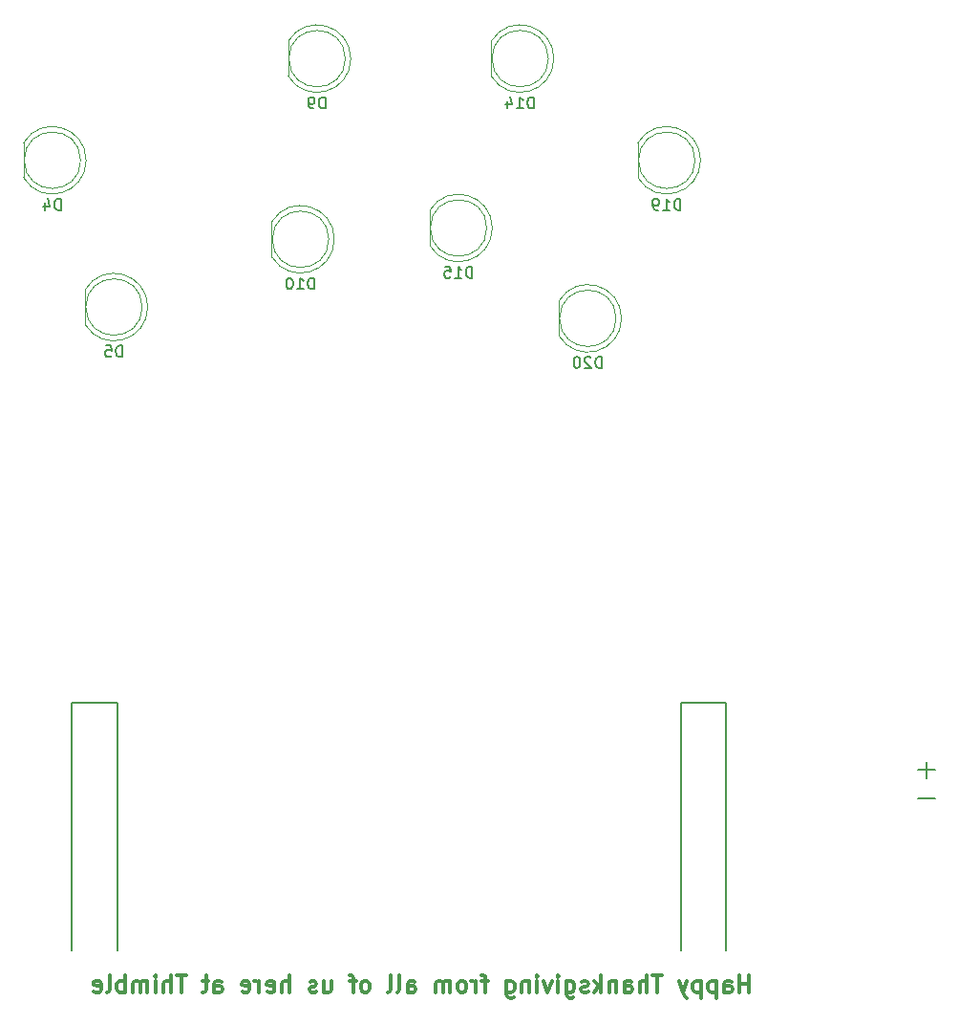
<source format=gbr>
G04 #@! TF.FileFunction,Legend,Bot*
%FSLAX46Y46*%
G04 Gerber Fmt 4.6, Leading zero omitted, Abs format (unit mm)*
G04 Created by KiCad (PCBNEW 4.0.6) date 11/09/17 18:44:30*
%MOMM*%
%LPD*%
G01*
G04 APERTURE LIST*
%ADD10C,0.100000*%
%ADD11C,0.200000*%
%ADD12C,0.300000*%
%ADD13C,0.120000*%
%ADD14C,0.150000*%
G04 APERTURE END LIST*
D10*
D11*
X191000000Y-131500000D02*
X192500000Y-131500000D01*
X191750000Y-128250000D02*
X191750000Y-129750000D01*
X191000000Y-129000000D02*
X192500000Y-129000000D01*
D12*
X176035714Y-148678571D02*
X176035714Y-147178571D01*
X176035714Y-147892857D02*
X175178571Y-147892857D01*
X175178571Y-148678571D02*
X175178571Y-147178571D01*
X173821428Y-148678571D02*
X173821428Y-147892857D01*
X173892857Y-147750000D01*
X174035714Y-147678571D01*
X174321428Y-147678571D01*
X174464285Y-147750000D01*
X173821428Y-148607143D02*
X173964285Y-148678571D01*
X174321428Y-148678571D01*
X174464285Y-148607143D01*
X174535714Y-148464286D01*
X174535714Y-148321429D01*
X174464285Y-148178571D01*
X174321428Y-148107143D01*
X173964285Y-148107143D01*
X173821428Y-148035714D01*
X173107142Y-147678571D02*
X173107142Y-149178571D01*
X173107142Y-147750000D02*
X172964285Y-147678571D01*
X172678571Y-147678571D01*
X172535714Y-147750000D01*
X172464285Y-147821429D01*
X172392856Y-147964286D01*
X172392856Y-148392857D01*
X172464285Y-148535714D01*
X172535714Y-148607143D01*
X172678571Y-148678571D01*
X172964285Y-148678571D01*
X173107142Y-148607143D01*
X171749999Y-147678571D02*
X171749999Y-149178571D01*
X171749999Y-147750000D02*
X171607142Y-147678571D01*
X171321428Y-147678571D01*
X171178571Y-147750000D01*
X171107142Y-147821429D01*
X171035713Y-147964286D01*
X171035713Y-148392857D01*
X171107142Y-148535714D01*
X171178571Y-148607143D01*
X171321428Y-148678571D01*
X171607142Y-148678571D01*
X171749999Y-148607143D01*
X170535713Y-147678571D02*
X170178570Y-148678571D01*
X169821428Y-147678571D02*
X170178570Y-148678571D01*
X170321428Y-149035714D01*
X170392856Y-149107143D01*
X170535713Y-149178571D01*
X168321428Y-147178571D02*
X167464285Y-147178571D01*
X167892856Y-148678571D02*
X167892856Y-147178571D01*
X166964285Y-148678571D02*
X166964285Y-147178571D01*
X166321428Y-148678571D02*
X166321428Y-147892857D01*
X166392857Y-147750000D01*
X166535714Y-147678571D01*
X166749999Y-147678571D01*
X166892857Y-147750000D01*
X166964285Y-147821429D01*
X164964285Y-148678571D02*
X164964285Y-147892857D01*
X165035714Y-147750000D01*
X165178571Y-147678571D01*
X165464285Y-147678571D01*
X165607142Y-147750000D01*
X164964285Y-148607143D02*
X165107142Y-148678571D01*
X165464285Y-148678571D01*
X165607142Y-148607143D01*
X165678571Y-148464286D01*
X165678571Y-148321429D01*
X165607142Y-148178571D01*
X165464285Y-148107143D01*
X165107142Y-148107143D01*
X164964285Y-148035714D01*
X164249999Y-147678571D02*
X164249999Y-148678571D01*
X164249999Y-147821429D02*
X164178571Y-147750000D01*
X164035713Y-147678571D01*
X163821428Y-147678571D01*
X163678571Y-147750000D01*
X163607142Y-147892857D01*
X163607142Y-148678571D01*
X162892856Y-148678571D02*
X162892856Y-147178571D01*
X162749999Y-148107143D02*
X162321428Y-148678571D01*
X162321428Y-147678571D02*
X162892856Y-148250000D01*
X161749999Y-148607143D02*
X161607142Y-148678571D01*
X161321427Y-148678571D01*
X161178570Y-148607143D01*
X161107142Y-148464286D01*
X161107142Y-148392857D01*
X161178570Y-148250000D01*
X161321427Y-148178571D01*
X161535713Y-148178571D01*
X161678570Y-148107143D01*
X161749999Y-147964286D01*
X161749999Y-147892857D01*
X161678570Y-147750000D01*
X161535713Y-147678571D01*
X161321427Y-147678571D01*
X161178570Y-147750000D01*
X159821427Y-147678571D02*
X159821427Y-148892857D01*
X159892856Y-149035714D01*
X159964284Y-149107143D01*
X160107141Y-149178571D01*
X160321427Y-149178571D01*
X160464284Y-149107143D01*
X159821427Y-148607143D02*
X159964284Y-148678571D01*
X160249998Y-148678571D01*
X160392856Y-148607143D01*
X160464284Y-148535714D01*
X160535713Y-148392857D01*
X160535713Y-147964286D01*
X160464284Y-147821429D01*
X160392856Y-147750000D01*
X160249998Y-147678571D01*
X159964284Y-147678571D01*
X159821427Y-147750000D01*
X159107141Y-148678571D02*
X159107141Y-147678571D01*
X159107141Y-147178571D02*
X159178570Y-147250000D01*
X159107141Y-147321429D01*
X159035713Y-147250000D01*
X159107141Y-147178571D01*
X159107141Y-147321429D01*
X158535712Y-147678571D02*
X158178569Y-148678571D01*
X157821427Y-147678571D01*
X157249998Y-148678571D02*
X157249998Y-147678571D01*
X157249998Y-147178571D02*
X157321427Y-147250000D01*
X157249998Y-147321429D01*
X157178570Y-147250000D01*
X157249998Y-147178571D01*
X157249998Y-147321429D01*
X156535712Y-147678571D02*
X156535712Y-148678571D01*
X156535712Y-147821429D02*
X156464284Y-147750000D01*
X156321426Y-147678571D01*
X156107141Y-147678571D01*
X155964284Y-147750000D01*
X155892855Y-147892857D01*
X155892855Y-148678571D01*
X154535712Y-147678571D02*
X154535712Y-148892857D01*
X154607141Y-149035714D01*
X154678569Y-149107143D01*
X154821426Y-149178571D01*
X155035712Y-149178571D01*
X155178569Y-149107143D01*
X154535712Y-148607143D02*
X154678569Y-148678571D01*
X154964283Y-148678571D01*
X155107141Y-148607143D01*
X155178569Y-148535714D01*
X155249998Y-148392857D01*
X155249998Y-147964286D01*
X155178569Y-147821429D01*
X155107141Y-147750000D01*
X154964283Y-147678571D01*
X154678569Y-147678571D01*
X154535712Y-147750000D01*
X152892855Y-147678571D02*
X152321426Y-147678571D01*
X152678569Y-148678571D02*
X152678569Y-147392857D01*
X152607141Y-147250000D01*
X152464283Y-147178571D01*
X152321426Y-147178571D01*
X151821426Y-148678571D02*
X151821426Y-147678571D01*
X151821426Y-147964286D02*
X151749998Y-147821429D01*
X151678569Y-147750000D01*
X151535712Y-147678571D01*
X151392855Y-147678571D01*
X150678569Y-148678571D02*
X150821427Y-148607143D01*
X150892855Y-148535714D01*
X150964284Y-148392857D01*
X150964284Y-147964286D01*
X150892855Y-147821429D01*
X150821427Y-147750000D01*
X150678569Y-147678571D01*
X150464284Y-147678571D01*
X150321427Y-147750000D01*
X150249998Y-147821429D01*
X150178569Y-147964286D01*
X150178569Y-148392857D01*
X150249998Y-148535714D01*
X150321427Y-148607143D01*
X150464284Y-148678571D01*
X150678569Y-148678571D01*
X149535712Y-148678571D02*
X149535712Y-147678571D01*
X149535712Y-147821429D02*
X149464284Y-147750000D01*
X149321426Y-147678571D01*
X149107141Y-147678571D01*
X148964284Y-147750000D01*
X148892855Y-147892857D01*
X148892855Y-148678571D01*
X148892855Y-147892857D02*
X148821426Y-147750000D01*
X148678569Y-147678571D01*
X148464284Y-147678571D01*
X148321426Y-147750000D01*
X148249998Y-147892857D01*
X148249998Y-148678571D01*
X145749998Y-148678571D02*
X145749998Y-147892857D01*
X145821427Y-147750000D01*
X145964284Y-147678571D01*
X146249998Y-147678571D01*
X146392855Y-147750000D01*
X145749998Y-148607143D02*
X145892855Y-148678571D01*
X146249998Y-148678571D01*
X146392855Y-148607143D01*
X146464284Y-148464286D01*
X146464284Y-148321429D01*
X146392855Y-148178571D01*
X146249998Y-148107143D01*
X145892855Y-148107143D01*
X145749998Y-148035714D01*
X144821426Y-148678571D02*
X144964284Y-148607143D01*
X145035712Y-148464286D01*
X145035712Y-147178571D01*
X144035712Y-148678571D02*
X144178570Y-148607143D01*
X144249998Y-148464286D01*
X144249998Y-147178571D01*
X142107141Y-148678571D02*
X142249999Y-148607143D01*
X142321427Y-148535714D01*
X142392856Y-148392857D01*
X142392856Y-147964286D01*
X142321427Y-147821429D01*
X142249999Y-147750000D01*
X142107141Y-147678571D01*
X141892856Y-147678571D01*
X141749999Y-147750000D01*
X141678570Y-147821429D01*
X141607141Y-147964286D01*
X141607141Y-148392857D01*
X141678570Y-148535714D01*
X141749999Y-148607143D01*
X141892856Y-148678571D01*
X142107141Y-148678571D01*
X141178570Y-147678571D02*
X140607141Y-147678571D01*
X140964284Y-148678571D02*
X140964284Y-147392857D01*
X140892856Y-147250000D01*
X140749998Y-147178571D01*
X140607141Y-147178571D01*
X138321427Y-147678571D02*
X138321427Y-148678571D01*
X138964284Y-147678571D02*
X138964284Y-148464286D01*
X138892856Y-148607143D01*
X138749998Y-148678571D01*
X138535713Y-148678571D01*
X138392856Y-148607143D01*
X138321427Y-148535714D01*
X137678570Y-148607143D02*
X137535713Y-148678571D01*
X137249998Y-148678571D01*
X137107141Y-148607143D01*
X137035713Y-148464286D01*
X137035713Y-148392857D01*
X137107141Y-148250000D01*
X137249998Y-148178571D01*
X137464284Y-148178571D01*
X137607141Y-148107143D01*
X137678570Y-147964286D01*
X137678570Y-147892857D01*
X137607141Y-147750000D01*
X137464284Y-147678571D01*
X137249998Y-147678571D01*
X137107141Y-147750000D01*
X135249998Y-148678571D02*
X135249998Y-147178571D01*
X134607141Y-148678571D02*
X134607141Y-147892857D01*
X134678570Y-147750000D01*
X134821427Y-147678571D01*
X135035712Y-147678571D01*
X135178570Y-147750000D01*
X135249998Y-147821429D01*
X133321427Y-148607143D02*
X133464284Y-148678571D01*
X133749998Y-148678571D01*
X133892855Y-148607143D01*
X133964284Y-148464286D01*
X133964284Y-147892857D01*
X133892855Y-147750000D01*
X133749998Y-147678571D01*
X133464284Y-147678571D01*
X133321427Y-147750000D01*
X133249998Y-147892857D01*
X133249998Y-148035714D01*
X133964284Y-148178571D01*
X132607141Y-148678571D02*
X132607141Y-147678571D01*
X132607141Y-147964286D02*
X132535713Y-147821429D01*
X132464284Y-147750000D01*
X132321427Y-147678571D01*
X132178570Y-147678571D01*
X131107142Y-148607143D02*
X131249999Y-148678571D01*
X131535713Y-148678571D01*
X131678570Y-148607143D01*
X131749999Y-148464286D01*
X131749999Y-147892857D01*
X131678570Y-147750000D01*
X131535713Y-147678571D01*
X131249999Y-147678571D01*
X131107142Y-147750000D01*
X131035713Y-147892857D01*
X131035713Y-148035714D01*
X131749999Y-148178571D01*
X128607142Y-148678571D02*
X128607142Y-147892857D01*
X128678571Y-147750000D01*
X128821428Y-147678571D01*
X129107142Y-147678571D01*
X129249999Y-147750000D01*
X128607142Y-148607143D02*
X128749999Y-148678571D01*
X129107142Y-148678571D01*
X129249999Y-148607143D01*
X129321428Y-148464286D01*
X129321428Y-148321429D01*
X129249999Y-148178571D01*
X129107142Y-148107143D01*
X128749999Y-148107143D01*
X128607142Y-148035714D01*
X128107142Y-147678571D02*
X127535713Y-147678571D01*
X127892856Y-147178571D02*
X127892856Y-148464286D01*
X127821428Y-148607143D01*
X127678570Y-148678571D01*
X127535713Y-148678571D01*
X126107142Y-147178571D02*
X125249999Y-147178571D01*
X125678570Y-148678571D02*
X125678570Y-147178571D01*
X124749999Y-148678571D02*
X124749999Y-147178571D01*
X124107142Y-148678571D02*
X124107142Y-147892857D01*
X124178571Y-147750000D01*
X124321428Y-147678571D01*
X124535713Y-147678571D01*
X124678571Y-147750000D01*
X124749999Y-147821429D01*
X123392856Y-148678571D02*
X123392856Y-147678571D01*
X123392856Y-147178571D02*
X123464285Y-147250000D01*
X123392856Y-147321429D01*
X123321428Y-147250000D01*
X123392856Y-147178571D01*
X123392856Y-147321429D01*
X122678570Y-148678571D02*
X122678570Y-147678571D01*
X122678570Y-147821429D02*
X122607142Y-147750000D01*
X122464284Y-147678571D01*
X122249999Y-147678571D01*
X122107142Y-147750000D01*
X122035713Y-147892857D01*
X122035713Y-148678571D01*
X122035713Y-147892857D02*
X121964284Y-147750000D01*
X121821427Y-147678571D01*
X121607142Y-147678571D01*
X121464284Y-147750000D01*
X121392856Y-147892857D01*
X121392856Y-148678571D01*
X120678570Y-148678571D02*
X120678570Y-147178571D01*
X120678570Y-147750000D02*
X120535713Y-147678571D01*
X120249999Y-147678571D01*
X120107142Y-147750000D01*
X120035713Y-147821429D01*
X119964284Y-147964286D01*
X119964284Y-148392857D01*
X120035713Y-148535714D01*
X120107142Y-148607143D01*
X120249999Y-148678571D01*
X120535713Y-148678571D01*
X120678570Y-148607143D01*
X119107141Y-148678571D02*
X119249999Y-148607143D01*
X119321427Y-148464286D01*
X119321427Y-147178571D01*
X117964285Y-148607143D02*
X118107142Y-148678571D01*
X118392856Y-148678571D01*
X118535713Y-148607143D01*
X118607142Y-148464286D01*
X118607142Y-147892857D01*
X118535713Y-147750000D01*
X118392856Y-147678571D01*
X118107142Y-147678571D01*
X117964285Y-147750000D01*
X117892856Y-147892857D01*
X117892856Y-148035714D01*
X118607142Y-148178571D01*
D11*
X174000000Y-123000000D02*
X170000000Y-123000000D01*
X174000000Y-145000000D02*
X174000000Y-123000000D01*
X116000000Y-123000000D02*
X120000000Y-123000000D01*
X170000000Y-145000000D02*
X170000000Y-123000000D01*
X116000000Y-145000000D02*
X116000000Y-123000000D01*
X120000000Y-145000000D02*
X120000000Y-123000000D01*
D13*
X117260000Y-74999538D02*
G75*
G02X111710000Y-76544830I-2990000J-462D01*
G01*
X117260000Y-75000462D02*
G75*
G03X111710000Y-73455170I-2990000J462D01*
G01*
X116770000Y-75000000D02*
G75*
G03X116770000Y-75000000I-2500000J0D01*
G01*
X111710000Y-76545000D02*
X111710000Y-73455000D01*
X122720000Y-87999538D02*
G75*
G02X117170000Y-89544830I-2990000J-462D01*
G01*
X122720000Y-88000462D02*
G75*
G03X117170000Y-86455170I-2990000J462D01*
G01*
X122230000Y-88000000D02*
G75*
G03X122230000Y-88000000I-2500000J0D01*
G01*
X117170000Y-89545000D02*
X117170000Y-86455000D01*
X140720000Y-65999538D02*
G75*
G02X135170000Y-67544830I-2990000J-462D01*
G01*
X140720000Y-66000462D02*
G75*
G03X135170000Y-64455170I-2990000J462D01*
G01*
X140230000Y-66000000D02*
G75*
G03X140230000Y-66000000I-2500000J0D01*
G01*
X135170000Y-67545000D02*
X135170000Y-64455000D01*
X139260000Y-81999538D02*
G75*
G02X133710000Y-83544830I-2990000J-462D01*
G01*
X139260000Y-82000462D02*
G75*
G03X133710000Y-80455170I-2990000J462D01*
G01*
X138770000Y-82000000D02*
G75*
G03X138770000Y-82000000I-2500000J0D01*
G01*
X133710000Y-83545000D02*
X133710000Y-80455000D01*
X158720000Y-65999538D02*
G75*
G02X153170000Y-67544830I-2990000J-462D01*
G01*
X158720000Y-66000462D02*
G75*
G03X153170000Y-64455170I-2990000J462D01*
G01*
X158230000Y-66000000D02*
G75*
G03X158230000Y-66000000I-2500000J0D01*
G01*
X153170000Y-67545000D02*
X153170000Y-64455000D01*
X153260000Y-80999538D02*
G75*
G02X147710000Y-82544830I-2990000J-462D01*
G01*
X153260000Y-81000462D02*
G75*
G03X147710000Y-79455170I-2990000J462D01*
G01*
X152770000Y-81000000D02*
G75*
G03X152770000Y-81000000I-2500000J0D01*
G01*
X147710000Y-82545000D02*
X147710000Y-79455000D01*
X171720000Y-74999538D02*
G75*
G02X166170000Y-76544830I-2990000J-462D01*
G01*
X171720000Y-75000462D02*
G75*
G03X166170000Y-73455170I-2990000J462D01*
G01*
X171230000Y-75000000D02*
G75*
G03X171230000Y-75000000I-2500000J0D01*
G01*
X166170000Y-76545000D02*
X166170000Y-73455000D01*
X164720000Y-88999538D02*
G75*
G02X159170000Y-90544830I-2990000J-462D01*
G01*
X164720000Y-89000462D02*
G75*
G03X159170000Y-87455170I-2990000J462D01*
G01*
X164230000Y-89000000D02*
G75*
G03X164230000Y-89000000I-2500000J0D01*
G01*
X159170000Y-90545000D02*
X159170000Y-87455000D01*
D14*
X115008095Y-79412381D02*
X115008095Y-78412381D01*
X114770000Y-78412381D01*
X114627142Y-78460000D01*
X114531904Y-78555238D01*
X114484285Y-78650476D01*
X114436666Y-78840952D01*
X114436666Y-78983810D01*
X114484285Y-79174286D01*
X114531904Y-79269524D01*
X114627142Y-79364762D01*
X114770000Y-79412381D01*
X115008095Y-79412381D01*
X113579523Y-78745714D02*
X113579523Y-79412381D01*
X113817619Y-78364762D02*
X114055714Y-79079048D01*
X113436666Y-79079048D01*
X120468095Y-92412381D02*
X120468095Y-91412381D01*
X120230000Y-91412381D01*
X120087142Y-91460000D01*
X119991904Y-91555238D01*
X119944285Y-91650476D01*
X119896666Y-91840952D01*
X119896666Y-91983810D01*
X119944285Y-92174286D01*
X119991904Y-92269524D01*
X120087142Y-92364762D01*
X120230000Y-92412381D01*
X120468095Y-92412381D01*
X118991904Y-91412381D02*
X119468095Y-91412381D01*
X119515714Y-91888571D01*
X119468095Y-91840952D01*
X119372857Y-91793333D01*
X119134761Y-91793333D01*
X119039523Y-91840952D01*
X118991904Y-91888571D01*
X118944285Y-91983810D01*
X118944285Y-92221905D01*
X118991904Y-92317143D01*
X119039523Y-92364762D01*
X119134761Y-92412381D01*
X119372857Y-92412381D01*
X119468095Y-92364762D01*
X119515714Y-92317143D01*
X138468095Y-70412381D02*
X138468095Y-69412381D01*
X138230000Y-69412381D01*
X138087142Y-69460000D01*
X137991904Y-69555238D01*
X137944285Y-69650476D01*
X137896666Y-69840952D01*
X137896666Y-69983810D01*
X137944285Y-70174286D01*
X137991904Y-70269524D01*
X138087142Y-70364762D01*
X138230000Y-70412381D01*
X138468095Y-70412381D01*
X137420476Y-70412381D02*
X137230000Y-70412381D01*
X137134761Y-70364762D01*
X137087142Y-70317143D01*
X136991904Y-70174286D01*
X136944285Y-69983810D01*
X136944285Y-69602857D01*
X136991904Y-69507619D01*
X137039523Y-69460000D01*
X137134761Y-69412381D01*
X137325238Y-69412381D01*
X137420476Y-69460000D01*
X137468095Y-69507619D01*
X137515714Y-69602857D01*
X137515714Y-69840952D01*
X137468095Y-69936190D01*
X137420476Y-69983810D01*
X137325238Y-70031429D01*
X137134761Y-70031429D01*
X137039523Y-69983810D01*
X136991904Y-69936190D01*
X136944285Y-69840952D01*
X137484286Y-86412381D02*
X137484286Y-85412381D01*
X137246191Y-85412381D01*
X137103333Y-85460000D01*
X137008095Y-85555238D01*
X136960476Y-85650476D01*
X136912857Y-85840952D01*
X136912857Y-85983810D01*
X136960476Y-86174286D01*
X137008095Y-86269524D01*
X137103333Y-86364762D01*
X137246191Y-86412381D01*
X137484286Y-86412381D01*
X135960476Y-86412381D02*
X136531905Y-86412381D01*
X136246191Y-86412381D02*
X136246191Y-85412381D01*
X136341429Y-85555238D01*
X136436667Y-85650476D01*
X136531905Y-85698095D01*
X135341429Y-85412381D02*
X135246190Y-85412381D01*
X135150952Y-85460000D01*
X135103333Y-85507619D01*
X135055714Y-85602857D01*
X135008095Y-85793333D01*
X135008095Y-86031429D01*
X135055714Y-86221905D01*
X135103333Y-86317143D01*
X135150952Y-86364762D01*
X135246190Y-86412381D01*
X135341429Y-86412381D01*
X135436667Y-86364762D01*
X135484286Y-86317143D01*
X135531905Y-86221905D01*
X135579524Y-86031429D01*
X135579524Y-85793333D01*
X135531905Y-85602857D01*
X135484286Y-85507619D01*
X135436667Y-85460000D01*
X135341429Y-85412381D01*
X156944286Y-70412381D02*
X156944286Y-69412381D01*
X156706191Y-69412381D01*
X156563333Y-69460000D01*
X156468095Y-69555238D01*
X156420476Y-69650476D01*
X156372857Y-69840952D01*
X156372857Y-69983810D01*
X156420476Y-70174286D01*
X156468095Y-70269524D01*
X156563333Y-70364762D01*
X156706191Y-70412381D01*
X156944286Y-70412381D01*
X155420476Y-70412381D02*
X155991905Y-70412381D01*
X155706191Y-70412381D02*
X155706191Y-69412381D01*
X155801429Y-69555238D01*
X155896667Y-69650476D01*
X155991905Y-69698095D01*
X154563333Y-69745714D02*
X154563333Y-70412381D01*
X154801429Y-69364762D02*
X155039524Y-70079048D01*
X154420476Y-70079048D01*
X151484286Y-85412381D02*
X151484286Y-84412381D01*
X151246191Y-84412381D01*
X151103333Y-84460000D01*
X151008095Y-84555238D01*
X150960476Y-84650476D01*
X150912857Y-84840952D01*
X150912857Y-84983810D01*
X150960476Y-85174286D01*
X151008095Y-85269524D01*
X151103333Y-85364762D01*
X151246191Y-85412381D01*
X151484286Y-85412381D01*
X149960476Y-85412381D02*
X150531905Y-85412381D01*
X150246191Y-85412381D02*
X150246191Y-84412381D01*
X150341429Y-84555238D01*
X150436667Y-84650476D01*
X150531905Y-84698095D01*
X149055714Y-84412381D02*
X149531905Y-84412381D01*
X149579524Y-84888571D01*
X149531905Y-84840952D01*
X149436667Y-84793333D01*
X149198571Y-84793333D01*
X149103333Y-84840952D01*
X149055714Y-84888571D01*
X149008095Y-84983810D01*
X149008095Y-85221905D01*
X149055714Y-85317143D01*
X149103333Y-85364762D01*
X149198571Y-85412381D01*
X149436667Y-85412381D01*
X149531905Y-85364762D01*
X149579524Y-85317143D01*
X169944286Y-79412381D02*
X169944286Y-78412381D01*
X169706191Y-78412381D01*
X169563333Y-78460000D01*
X169468095Y-78555238D01*
X169420476Y-78650476D01*
X169372857Y-78840952D01*
X169372857Y-78983810D01*
X169420476Y-79174286D01*
X169468095Y-79269524D01*
X169563333Y-79364762D01*
X169706191Y-79412381D01*
X169944286Y-79412381D01*
X168420476Y-79412381D02*
X168991905Y-79412381D01*
X168706191Y-79412381D02*
X168706191Y-78412381D01*
X168801429Y-78555238D01*
X168896667Y-78650476D01*
X168991905Y-78698095D01*
X167944286Y-79412381D02*
X167753810Y-79412381D01*
X167658571Y-79364762D01*
X167610952Y-79317143D01*
X167515714Y-79174286D01*
X167468095Y-78983810D01*
X167468095Y-78602857D01*
X167515714Y-78507619D01*
X167563333Y-78460000D01*
X167658571Y-78412381D01*
X167849048Y-78412381D01*
X167944286Y-78460000D01*
X167991905Y-78507619D01*
X168039524Y-78602857D01*
X168039524Y-78840952D01*
X167991905Y-78936190D01*
X167944286Y-78983810D01*
X167849048Y-79031429D01*
X167658571Y-79031429D01*
X167563333Y-78983810D01*
X167515714Y-78936190D01*
X167468095Y-78840952D01*
X162944286Y-93412381D02*
X162944286Y-92412381D01*
X162706191Y-92412381D01*
X162563333Y-92460000D01*
X162468095Y-92555238D01*
X162420476Y-92650476D01*
X162372857Y-92840952D01*
X162372857Y-92983810D01*
X162420476Y-93174286D01*
X162468095Y-93269524D01*
X162563333Y-93364762D01*
X162706191Y-93412381D01*
X162944286Y-93412381D01*
X161991905Y-92507619D02*
X161944286Y-92460000D01*
X161849048Y-92412381D01*
X161610952Y-92412381D01*
X161515714Y-92460000D01*
X161468095Y-92507619D01*
X161420476Y-92602857D01*
X161420476Y-92698095D01*
X161468095Y-92840952D01*
X162039524Y-93412381D01*
X161420476Y-93412381D01*
X160801429Y-92412381D02*
X160706190Y-92412381D01*
X160610952Y-92460000D01*
X160563333Y-92507619D01*
X160515714Y-92602857D01*
X160468095Y-92793333D01*
X160468095Y-93031429D01*
X160515714Y-93221905D01*
X160563333Y-93317143D01*
X160610952Y-93364762D01*
X160706190Y-93412381D01*
X160801429Y-93412381D01*
X160896667Y-93364762D01*
X160944286Y-93317143D01*
X160991905Y-93221905D01*
X161039524Y-93031429D01*
X161039524Y-92793333D01*
X160991905Y-92602857D01*
X160944286Y-92507619D01*
X160896667Y-92460000D01*
X160801429Y-92412381D01*
M02*

</source>
